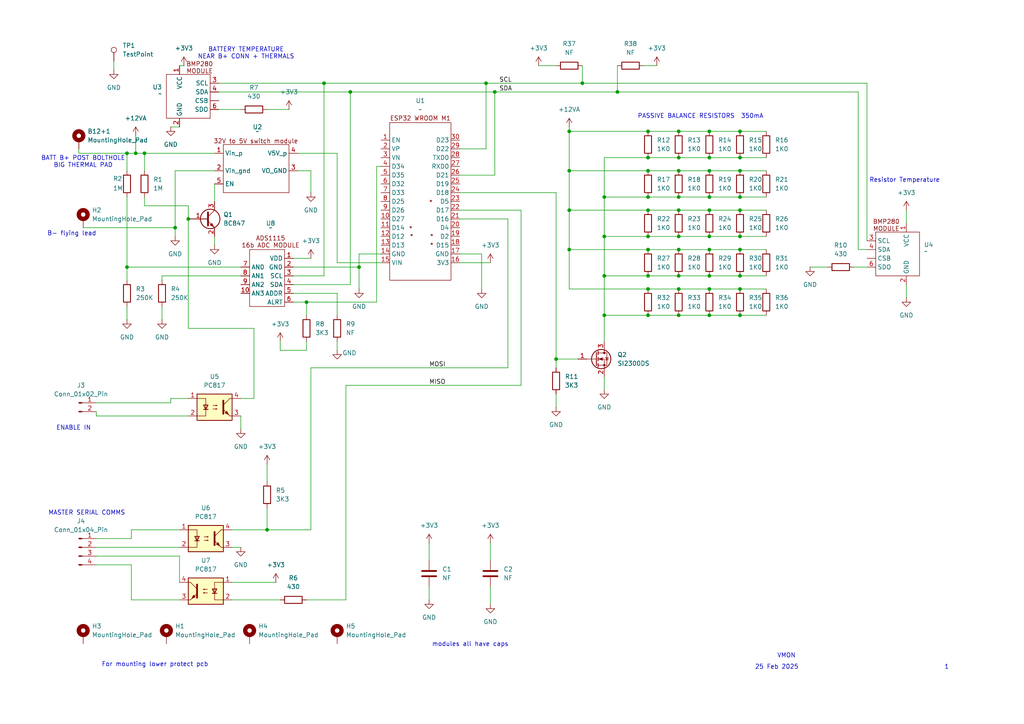
<source format=kicad_sch>
(kicad_sch (version 20231120) (generator "eeschema") (generator_version "8.0")
  (paper "A4")
  (lib_symbols
    (symbol "Connector:Conn_01x02_Pin" (pin_names (offset 1.016) hide)
      (property "Reference" "J" (at 0 2.54 0))
      (property "Value" "Conn_01x02_Pin" (at 0 -5.08 0))
      (symbol "Conn_01x02_Pin_1_1"
        (pin passive line (at 5.08 0 180) (length 3.81) (name "Pin_1") (number "1"))
        (pin passive line (at 5.08 -2.54 180) (length 3.81) (name "Pin_2") (number "2"))
      )
    )
    (symbol "Connector:Conn_01x04_Pin" (pin_names (offset 1.016) hide)
      (property "Reference" "J" (at 0 5.08 0))
      (property "Value" "Conn_01x04_Pin" (at 0 -7.62 0))
      (symbol "Conn_01x04_Pin_1_1"
        (pin passive line (at 5.08 2.54 180) (length 3.81) (name "Pin_1") (number "1"))
        (pin passive line (at 5.08 0 180) (length 3.81) (name "Pin_2") (number "2"))
        (pin passive line (at 5.08 -2.54 180) (length 3.81) (name "Pin_3") (number "3"))
        (pin passive line (at 5.08 -5.08 180) (length 3.81) (name "Pin_4") (number "4"))
      )
    )
    (symbol "Connector:TestPoint" (pin_numbers hide) (pin_names (offset 0.762) hide)
      (property "Reference" "TP" (at 0 6.858 0))
      (property "Value" "TestPoint" (at 0 5.08 0))
      (symbol "TestPoint_1_1"
        (pin passive line (at 0 0 90) (length 2.54) (name "1") (number "1"))
      )
    )
    (symbol "Device:C" (pin_numbers hide) (pin_names (offset 0.254))
      (property "Reference" "C" (at 0.635 2.54 0))
      (property "Value" "C" (at 0.635 -2.54 0))
      (symbol "C_1_1"
        (pin passive line (at 0 3.81 270) (length 2.794) (name "~") (number "1"))
        (pin passive line (at 0 -3.81 90) (length 2.794) (name "~") (number "2"))
      )
    )
    (symbol "Device:R" (pin_numbers hide) (pin_names (offset 0))
      (property "Reference" "R" (at 2.032 0 90))
      (property "Value" "R" (at 0 0 90))
      (symbol "R_1_1"
        (pin passive line (at 0 3.81 270) (length 1.27) (name "~") (number "1"))
        (pin passive line (at 0 -3.81 90) (length 1.27) (name "~") (number "2"))
      )
    )
    (symbol "Isolator:PC817" (pin_names (offset 1.016))
      (property "Reference" "U" (at -5.08 5.08 0))
      (property "Value" "PC817" (at 0 5.08 0))
      (symbol "PC817_1_1"
        (pin passive line (at -7.62 2.54 0) (length 2.54) (name "~") (number "1"))
        (pin passive line (at -7.62 -2.54 0) (length 2.54) (name "~") (number "2"))
        (pin passive line (at 7.62 -2.54 180) (length 2.54) (name "~") (number "3"))
        (pin passive line (at 7.62 2.54 180) (length 2.54) (name "~") (number "4"))
      )
    )
    (symbol "Mechanical:MountingHole_Pad" (pin_numbers hide) (pin_names (offset 1.016) hide) (exclude_from_sim yes) (in_bom no)
      (property "Reference" "H" (at 0 6.35 0))
      (property "Value" "MountingHole_Pad" (at 0 4.445 0))
      (symbol "MountingHole_Pad_1_1"
        (pin input line (at 0 -2.54 90) (length 2.54) (name "1") (number "1"))
      )
    )
    (symbol "Transistor_BJT:BC847" (pin_names (offset 0) hide)
      (property "Reference" "Q" (at 5.08 1.905 0))
      (property "Value" "BC847" (at 5.08 0 0))
      (symbol "BC847_1_1"
        (pin input line (at -5.08 0 0) (length 5.715) (name "B") (number "1"))
        (pin passive line (at 2.54 -5.08 90) (length 2.54) (name "E") (number "2"))
        (pin passive line (at 2.54 5.08 270) (length 2.54) (name "C") (number "3"))
      )
    )
    (symbol "Transistor_FET:2N7002" (pin_names hide)
      (property "Reference" "Q" (at 5.08 1.905 0))
      (property "Value" "2N7002" (at 5.08 0 0))
      (symbol "2N7002_1_1"
        (pin input line (at -5.08 0 0) (length 2.54) (name "G") (number "1"))
        (pin passive line (at 2.54 -5.08 90) (length 2.54) (name "S") (number "2"))
        (pin passive line (at 2.54 5.08 270) (length 2.54) (name "D") (number "3"))
      )
    )
    (symbol "mower:5Vsw_module"
      (property "Reference" "U" (at 0 0 0))
      (symbol "5Vsw_module_1_1"
        (text "32V to 5V switch module " (at 1.016 6.096 0) (effects (font (size 1.27 1.27))))
        (pin power_in line (at -11.43 2.54 0) (length 2.54) (name "Vin_p") (number "1"))
        (pin power_in line (at -11.43 -2.54 0) (length 2.54) (name "Vin_gnd") (number "2"))
        (pin power_out line (at 12.7 -2.54 180) (length 2.54) (name "VO_GND") (number "3"))
        (pin power_out line (at 12.7 2.54 180) (length 2.54) (name "V5V_p") (number "4"))
        (pin input line (at -11.43 -6.35 0) (length 2.54) (name "EN") (number "5"))
      )
    )
    (symbol "mower:ADS1115_m1"
      (property "Reference" "U" (at 0 0 0))
      (symbol "ADS1115_m1_1_1"
        (text "ADS1115\n16b ADC MODULE" (at 2.794 16.256 0) (effects (font (size 1.27 1.27))))
        (pin power_in line (at -3.81 11.43 0) (length 2.54) (name "VDD") (number "1"))
        (pin input line (at 11.43 1.27 180) (length 2.54) (name "AN3") (number "10"))
        (pin power_in line (at -3.81 8.89 0) (length 2.54) (name "GND") (number "2"))
        (pin input line (at -3.81 6.35 0) (length 2.54) (name "SCL") (number "3"))
        (pin bidirectional line (at -3.81 3.81 0) (length 2.54) (name "SDA") (number "4"))
        (pin input line (at -3.81 1.27 0) (length 2.54) (name "ADDR") (number "5"))
        (pin output line (at -3.81 -1.27 0) (length 2.54) (name "ALRT") (number "6"))
        (pin input line (at 11.43 8.89 180) (length 2.54) (name "AN0") (number "7"))
        (pin input line (at 11.43 6.35 180) (length 2.54) (name "AN1") (number "8"))
        (pin input line (at 11.43 3.81 180) (length 2.54) (name "AN2") (number "9"))
      )
    )
    (symbol "mower:BMP280_m1"
      (property "Reference" "U" (at 0 0 0))
      (symbol "BMP280_m1_1_1"
        (text "BMP280\nMODULE" (at -5.842 8.382 0) (effects (font (size 1.27 1.27))))
        (pin input line (at -11.43 -1.27 0) (length 2.54) (name "CSB") (number ""))
        (pin power_in line (at 0 8.89 270) (length 2.54) (name "VCC") (number "1"))
        (pin power_in line (at 0 -8.89 90) (length 2.54) (name "GND") (number "2"))
        (pin input line (at -11.43 3.81 0) (length 2.54) (name "SCL") (number "3"))
        (pin bidirectional line (at -11.43 1.27 0) (length 2.54) (name "SDA") (number "4"))
        (pin input line (at -11.43 -3.81 0) (length 2.54) (name "SDO") (number "6"))
      )
    )
    (symbol "mower:ESP32_wroom32_m1"
      (property "Reference" "U" (at 0 0 0))
      (symbol "ESP32_wroom32_m1_1_1"
        (text "*" (at -2.794 -7.874 0) (effects (font (size 1.27 1.27))))
        (text "*" (at -2.54 -10.16 0) (effects (font (size 1.27 1.27))))
        (text "*" (at 3.048 -0.254 0) (effects (font (size 1.27 1.27))))
        (text "*" (at 3.302 -12.7 0) (effects (font (size 1.27 1.27))))
        (text "*" (at 3.302 -10.16 0) (effects (font (size 1.27 1.27))))
        (text "ESP32 WROOM M1" (at 0 24.13 0) (effects (font (size 1.27 1.27))))
        (pin input line (at -11.43 17.78 0) (length 2.54) (name "EN") (number "1"))
        (pin bidirectional line (at -11.43 -5.08 0) (length 2.54) (name "D27") (number "10"))
        (pin bidirectional line (at -11.43 -7.62 0) (length 2.54) (name "D14") (number "11"))
        (pin bidirectional line (at -11.43 -10.16 0) (length 2.54) (name "D12") (number "12"))
        (pin bidirectional line (at -11.43 -12.7 0) (length 2.54) (name "D13") (number "13"))
        (pin power_in line (at -11.43 -15.24 0) (length 2.54) (name "GND") (number "14"))
        (pin power_in line (at -11.43 -17.78 0) (length 2.54) (name "VIN") (number "15"))
        (pin power_out line (at 11.43 -17.78 180) (length 2.54) (name "3V3") (number "16"))
        (pin power_in line (at 11.43 -15.24 180) (length 2.54) (name "GND") (number "17"))
        (pin bidirectional line (at 11.43 -12.7 180) (length 2.54) (name "D15") (number "18"))
        (pin bidirectional line (at 11.43 -10.16 180) (length 2.54) (name "D2") (number "19"))
        (pin input line (at -11.43 15.24 0) (length 2.54) (name "VP") (number "2"))
        (pin bidirectional line (at 11.43 -7.62 180) (length 2.54) (name "D4") (number "20"))
        (pin bidirectional line (at 11.43 -5.08 180) (length 2.54) (name "D16") (number "21"))
        (pin bidirectional line (at 11.43 -2.54 180) (length 2.54) (name "D17") (number "22"))
        (pin bidirectional line (at 11.43 0 180) (length 2.54) (name "D5") (number "23"))
        (pin bidirectional line (at 11.43 2.54 180) (length 2.54) (name "D18") (number "24"))
        (pin bidirectional line (at 11.43 5.08 180) (length 2.54) (name "D19") (number "25"))
        (pin bidirectional line (at 11.43 7.62 180) (length 2.54) (name "D21") (number "26"))
        (pin input line (at 11.43 10.16 180) (length 2.54) (name "RXD0") (number "27"))
        (pin output line (at 11.43 12.7 180) (length 2.54) (name "TXD0") (number "28"))
        (pin bidirectional line (at 11.43 15.24 180) (length 2.54) (name "D22") (number "29"))
        (pin input line (at -11.43 12.7 0) (length 2.54) (name "VN") (number "3"))
        (pin bidirectional line (at 11.43 17.78 180) (length 2.54) (name "D23") (number "30"))
        (pin input line (at -11.43 10.16 0) (length 2.54) (name "D34") (number "4"))
        (pin input line (at -11.43 7.62 0) (length 2.54) (name "D35") (number "5"))
        (pin bidirectional line (at -11.43 5.08 0) (length 2.54) (name "D32") (number "6"))
        (pin bidirectional line (at -11.43 2.54 0) (length 2.54) (name "D33") (number "7"))
        (pin bidirectional line (at -11.43 0 0) (length 2.54) (name "D25") (number "8"))
        (pin bidirectional line (at -11.43 -2.54 0) (length 2.54) (name "D26") (number "9"))
      )
    )
    (symbol "power:+12VA" (power) (pin_numbers hide) (pin_names (offset 0) hide)
      (property "Value" "+12VA" (at 0 3.556 0))
      (symbol "+12VA_1_1"
        (pin power_in line (at 0 0 90) (length 0) (name "~") (number "1"))
      )
    )
    (symbol "power:+3V3" (power) (pin_numbers hide) (pin_names (offset 0) hide)
      (property "Value" "+3V3" (at 0 3.556 0))
      (symbol "+3V3_1_1"
        (pin power_in line (at 0 0 90) (length 0) (name "~") (number "1"))
      )
    )
    (symbol "power:GND" (power) (pin_numbers hide) (pin_names (offset 0) hide)
      (property "Value" "GND" (at 0 -3.81 0))
      (symbol "GND_1_1"
        (pin power_in line (at 0 0 270) (length 0) (name "~") (number "1"))
      )
    )
  )
  (junction (at 214.63 68.58))
  (junction (at 36.83 44.45))
  (junction (at 205.74 72.39))
  (junction (at 214.63 38.1))
  (junction (at 165.1 49.53))
  (junction (at 161.29 104.14))
  (junction (at 175.26 80.01))
  (junction (at 187.96 83.82))
  (junction (at 88.9 87.63))
  (junction (at 196.85 68.58))
  (junction (at 205.74 68.58))
  (junction (at 179.07 26.67))
  (junction (at 36.83 77.47))
  (junction (at 205.74 83.82))
  (junction (at 140.97 24.13))
  (junction (at 205.74 60.96))
  (junction (at 187.96 60.96))
  (junction (at 187.96 45.72))
  (junction (at 187.96 91.44))
  (junction (at 168.91 24.13))
  (junction (at 214.63 91.44))
  (junction (at 175.26 91.44))
  (junction (at 196.85 83.82))
  (junction (at 196.85 57.15))
  (junction (at 165.1 60.96))
  (junction (at 214.63 45.72))
  (junction (at 205.74 49.53))
  (junction (at 196.85 49.53))
  (junction (at 214.63 80.01))
  (junction (at 187.96 57.15))
  (junction (at 143.51 26.67))
  (junction (at 214.63 72.39))
  (junction (at 187.96 68.58))
  (junction (at 196.85 45.72))
  (junction (at 205.74 80.01))
  (junction (at 175.26 68.58))
  (junction (at 196.85 91.44))
  (junction (at 104.14 77.47))
  (junction (at 214.63 83.82))
  (junction (at 196.85 80.01))
  (junction (at 214.63 57.15))
  (junction (at 196.85 38.1))
  (junction (at 205.74 91.44))
  (junction (at 41.91 44.45))
  (junction (at 93.98 24.13))
  (junction (at 50.8 66.04))
  (junction (at 214.63 49.53))
  (junction (at 214.63 60.96))
  (junction (at 187.96 72.39))
  (junction (at 165.1 38.1))
  (junction (at 54.61 63.5))
  (junction (at 187.96 49.53))
  (junction (at 196.85 60.96))
  (junction (at 187.96 38.1))
  (junction (at 77.47 153.67))
  (junction (at 101.6 26.67))
  (junction (at 175.26 57.15))
  (junction (at 39.37 44.45))
  (junction (at 205.74 45.72))
  (junction (at 165.1 72.39))
  (junction (at 205.74 57.15))
  (junction (at 196.85 72.39))
  (junction (at 187.96 80.01))
  (junction (at 205.74 38.1))
  (wire (pts (xy 248.92 72.39) (xy 251.46 72.39)))
  (wire (pts (xy 196.85 45.72) (xy 205.74 45.72)))
  (wire (pts (xy 140.97 24.13) (xy 93.98 24.13)))
  (wire (pts (xy 62.23 44.45) (xy 41.91 44.45)))
  (wire (pts (xy 133.35 63.5) (xy 147.32 63.5)))
  (wire (pts (xy 36.83 44.45) (xy 36.83 49.53)))
  (wire (pts (xy 110.49 48.26) (xy 109.22 48.26)))
  (wire (pts (xy 196.85 38.1) (xy 187.96 38.1)))
  (wire (pts (xy 147.32 63.5) (xy 147.32 106.68)))
  (wire (pts (xy 214.63 83.82) (xy 205.74 83.82)))
  (wire (pts (xy 85.09 77.47) (xy 104.14 77.47)))
  (wire (pts (xy 147.32 106.68) (xy 90.17 106.68)))
  (wire (pts (xy 41.91 44.45) (xy 39.37 44.45)))
  (wire (pts (xy 187.96 91.44) (xy 196.85 91.44)))
  (wire (pts (xy 161.29 104.14) (xy 161.29 55.88)))
  (wire (pts (xy 214.63 45.72) (xy 222.25 45.72)))
  (wire (pts (xy 175.26 99.06) (xy 175.26 91.44)))
  (wire (pts (xy 104.14 83.82) (xy 104.14 77.47)))
  (wire (pts (xy 222.25 72.39) (xy 214.63 72.39)))
  (wire (pts (xy 101.6 26.67) (xy 143.51 26.67)))
  (wire (pts (xy 90.17 49.53) (xy 90.17 55.88)))
  (wire (pts (xy 90.17 153.67) (xy 77.47 153.67)))
  (wire (pts (xy 196.85 60.96) (xy 187.96 60.96)))
  (wire (pts (xy 205.74 57.15) (xy 214.63 57.15)))
  (wire (pts (xy 222.25 49.53) (xy 214.63 49.53)))
  (wire (pts (xy 110.49 76.2) (xy 97.79 76.2)))
  (wire (pts (xy 205.74 45.72) (xy 214.63 45.72)))
  (wire (pts (xy 88.9 99.06) (xy 88.9 101.6)))
  (wire (pts (xy 168.91 19.05) (xy 168.91 24.13)))
  (wire (pts (xy 214.63 38.1) (xy 205.74 38.1)))
  (wire (pts (xy 88.9 101.6) (xy 81.28 101.6)))
  (wire (pts (xy 187.96 80.01) (xy 196.85 80.01)))
  (wire (pts (xy 27.94 120.65) (xy 27.94 119.38)))
  (wire (pts (xy 50.8 66.04) (xy 50.8 68.58)))
  (wire (pts (xy 161.29 104.14) (xy 161.29 106.68)))
  (wire (pts (xy 100.33 173.99) (xy 100.33 111.76)))
  (wire (pts (xy 52.07 173.99) (xy 38.1 173.99)))
  (wire (pts (xy 175.26 91.44) (xy 175.26 80.01)))
  (wire (pts (xy 222.25 60.96) (xy 214.63 60.96)))
  (wire (pts (xy 151.13 111.76) (xy 151.13 60.96)))
  (wire (pts (xy 85.09 82.55) (xy 101.6 82.55)))
  (wire (pts (xy 175.26 68.58) (xy 187.96 68.58)))
  (wire (pts (xy 62.23 49.53) (xy 50.8 49.53)))
  (wire (pts (xy 133.35 43.18) (xy 140.97 43.18)))
  (wire (pts (xy 49.53 115.57) (xy 54.61 115.57)))
  (wire (pts (xy 165.1 38.1) (xy 165.1 36.83)))
  (wire (pts (xy 88.9 173.99) (xy 100.33 173.99)))
  (wire (pts (xy 262.89 60.96) (xy 262.89 64.77)))
  (wire (pts (xy 156.21 19.05) (xy 161.29 19.05)))
  (wire (pts (xy 54.61 59.69) (xy 54.61 63.5)))
  (wire (pts (xy 196.85 83.82) (xy 187.96 83.82)))
  (wire (pts (xy 73.66 115.57) (xy 73.66 95.25)))
  (wire (pts (xy 186.69 19.05) (xy 190.5 19.05)))
  (wire (pts (xy 175.26 68.58) (xy 175.26 57.15)))
  (wire (pts (xy 85.09 74.93) (xy 90.17 74.93)))
  (wire (pts (xy 109.22 87.63) (xy 88.9 87.63)))
  (wire (pts (xy 143.51 50.8) (xy 143.51 26.67)))
  (wire (pts (xy 247.65 77.47) (xy 251.46 77.47)))
  (wire (pts (xy 52.07 19.05) (xy 53.34 19.05)))
  (wire (pts (xy 214.63 80.01) (xy 222.25 80.01)))
  (wire (pts (xy 63.5 31.75) (xy 69.85 31.75)))
  (wire (pts (xy 46.99 80.01) (xy 46.99 81.28)))
  (wire (pts (xy 39.37 39.37) (xy 39.37 44.45)))
  (wire (pts (xy 196.85 80.01) (xy 205.74 80.01)))
  (wire (pts (xy 161.29 114.3) (xy 161.29 118.11)))
  (wire (pts (xy 248.92 26.67) (xy 248.92 72.39)))
  (wire (pts (xy 205.74 60.96) (xy 196.85 60.96)))
  (wire (pts (xy 104.14 77.47) (xy 104.14 73.66)))
  (wire (pts (xy 187.96 68.58) (xy 196.85 68.58)))
  (wire (pts (xy 214.63 91.44) (xy 222.25 91.44)))
  (wire (pts (xy 81.28 101.6) (xy 81.28 99.06)))
  (wire (pts (xy 175.26 80.01) (xy 187.96 80.01)))
  (wire (pts (xy 179.07 26.67) (xy 248.92 26.67)))
  (wire (pts (xy 205.74 38.1) (xy 196.85 38.1)))
  (wire (pts (xy 88.9 87.63) (xy 88.9 91.44)))
  (wire (pts (xy 175.26 45.72) (xy 187.96 45.72)))
  (wire (pts (xy 151.13 60.96) (xy 133.35 60.96)))
  (wire (pts (xy 22.86 44.45) (xy 36.83 44.45)))
  (wire (pts (xy 97.79 76.2) (xy 97.79 44.45)))
  (wire (pts (xy 97.79 85.09) (xy 97.79 91.44)))
  (wire (pts (xy 251.46 24.13) (xy 251.46 69.85)))
  (wire (pts (xy 187.96 57.15) (xy 196.85 57.15)))
  (wire (pts (xy 214.63 60.96) (xy 205.74 60.96)))
  (wire (pts (xy 124.46 170.18) (xy 124.46 173.99)))
  (wire (pts (xy 168.91 24.13) (xy 140.97 24.13)))
  (wire (pts (xy 49.53 36.83) (xy 52.07 36.83)))
  (wire (pts (xy 196.85 57.15) (xy 205.74 57.15)))
  (wire (pts (xy 196.85 72.39) (xy 187.96 72.39)))
  (wire (pts (xy 27.94 158.75) (xy 52.07 158.75)))
  (wire (pts (xy 165.1 72.39) (xy 165.1 60.96)))
  (wire (pts (xy 175.26 57.15) (xy 187.96 57.15)))
  (wire (pts (xy 139.7 83.82) (xy 139.7 73.66)))
  (wire (pts (xy 33.02 17.78) (xy 33.02 20.32)))
  (wire (pts (xy 175.26 91.44) (xy 187.96 91.44)))
  (wire (pts (xy 73.66 95.25) (xy 54.61 95.25)))
  (wire (pts (xy 69.85 120.65) (xy 69.85 124.46)))
  (wire (pts (xy 38.1 153.67) (xy 52.07 153.67)))
  (wire (pts (xy 187.96 72.39) (xy 165.1 72.39)))
  (wire (pts (xy 36.83 57.15) (xy 36.83 77.47)))
  (wire (pts (xy 205.74 91.44) (xy 214.63 91.44)))
  (wire (pts (xy 214.63 49.53) (xy 205.74 49.53)))
  (wire (pts (xy 39.37 44.45) (xy 36.83 44.45)))
  (wire (pts (xy 139.7 73.66) (xy 133.35 73.66)))
  (wire (pts (xy 167.64 104.14) (xy 161.29 104.14)))
  (wire (pts (xy 36.83 77.47) (xy 69.85 77.47)))
  (wire (pts (xy 93.98 80.01) (xy 93.98 24.13)))
  (wire (pts (xy 214.63 68.58) (xy 222.25 68.58)))
  (wire (pts (xy 90.17 106.68) (xy 90.17 153.67)))
  (wire (pts (xy 187.96 38.1) (xy 165.1 38.1)))
  (wire (pts (xy 62.23 68.58) (xy 62.23 71.12)))
  (wire (pts (xy 77.47 153.67) (xy 77.47 147.32)))
  (wire (pts (xy 85.09 85.09) (xy 97.79 85.09)))
  (wire (pts (xy 234.95 77.47) (xy 240.03 77.47)))
  (wire (pts (xy 143.51 26.67) (xy 179.07 26.67)))
  (wire (pts (xy 133.35 76.2) (xy 142.24 76.2)))
  (wire (pts (xy 97.79 44.45) (xy 86.36 44.45)))
  (wire (pts (xy 27.94 156.21) (xy 38.1 156.21)))
  (wire (pts (xy 205.74 68.58) (xy 214.63 68.58)))
  (wire (pts (xy 165.1 49.53) (xy 165.1 38.1)))
  (wire (pts (xy 104.14 73.66) (xy 110.49 73.66)))
  (wire (pts (xy 27.94 116.84) (xy 49.53 116.84)))
  (wire (pts (xy 62.23 53.34) (xy 62.23 58.42)))
  (wire (pts (xy 140.97 43.18) (xy 140.97 24.13)))
  (wire (pts (xy 175.26 109.22) (xy 175.26 113.03)))
  (wire (pts (xy 205.74 49.53) (xy 196.85 49.53)))
  (wire (pts (xy 214.63 72.39) (xy 205.74 72.39)))
  (wire (pts (xy 222.25 38.1) (xy 214.63 38.1)))
  (wire (pts (xy 205.74 80.01) (xy 214.63 80.01)))
  (wire (pts (xy 165.1 83.82) (xy 165.1 72.39)))
  (wire (pts (xy 196.85 68.58) (xy 205.74 68.58)))
  (wire (pts (xy 50.8 49.53) (xy 50.8 66.04)))
  (wire (pts (xy 187.96 83.82) (xy 165.1 83.82)))
  (wire (pts (xy 41.91 59.69) (xy 54.61 59.69)))
  (wire (pts (xy 187.96 60.96) (xy 165.1 60.96)))
  (wire (pts (xy 54.61 95.25) (xy 54.61 63.5)))
  (wire (pts (xy 69.85 80.01) (xy 46.99 80.01)))
  (wire (pts (xy 124.46 157.48) (xy 124.46 162.56)))
  (wire (pts (xy 142.24 157.48) (xy 142.24 162.56)))
  (wire (pts (xy 85.09 87.63) (xy 88.9 87.63)))
  (wire (pts (xy 77.47 31.75) (xy 83.82 31.75)))
  (wire (pts (xy 85.09 80.01) (xy 93.98 80.01)))
  (wire (pts (xy 41.91 44.45) (xy 41.91 49.53)))
  (wire (pts (xy 67.31 153.67) (xy 77.47 153.67)))
  (wire (pts (xy 165.1 60.96) (xy 165.1 49.53)))
  (wire (pts (xy 38.1 156.21) (xy 38.1 153.67)))
  (wire (pts (xy 63.5 26.67) (xy 101.6 26.67)))
  (wire (pts (xy 262.89 82.55) (xy 262.89 86.36)))
  (wire (pts (xy 101.6 26.67) (xy 101.6 82.55)))
  (wire (pts (xy 86.36 49.53) (xy 90.17 49.53)))
  (wire (pts (xy 77.47 134.62) (xy 77.47 139.7)))
  (wire (pts (xy 205.74 72.39) (xy 196.85 72.39)))
  (wire (pts (xy 179.07 19.05) (xy 179.07 26.67)))
  (wire (pts (xy 49.53 116.84) (xy 49.53 115.57)))
  (wire (pts (xy 67.31 173.99) (xy 81.28 173.99)))
  (wire (pts (xy 222.25 83.82) (xy 214.63 83.82)))
  (wire (pts (xy 175.26 80.01) (xy 175.26 68.58)))
  (wire (pts (xy 38.1 163.83) (xy 27.94 163.83)))
  (wire (pts (xy 205.74 83.82) (xy 196.85 83.82)))
  (wire (pts (xy 142.24 170.18) (xy 142.24 175.26)))
  (wire (pts (xy 69.85 115.57) (xy 73.66 115.57)))
  (wire (pts (xy 36.83 88.9) (xy 36.83 92.71)))
  (wire (pts (xy 27.94 161.29) (xy 52.07 161.29)))
  (wire (pts (xy 187.96 45.72) (xy 196.85 45.72)))
  (wire (pts (xy 100.33 111.76) (xy 151.13 111.76)))
  (wire (pts (xy 41.91 57.15) (xy 41.91 59.69)))
  (wire (pts (xy 38.1 173.99) (xy 38.1 163.83)))
  (wire (pts (xy 196.85 91.44) (xy 205.74 91.44)))
  (wire (pts (xy 93.98 24.13) (xy 63.5 24.13)))
  (wire (pts (xy 161.29 55.88) (xy 133.35 55.88)))
  (wire (pts (xy 196.85 49.53) (xy 187.96 49.53)))
  (wire (pts (xy 46.99 88.9) (xy 46.99 92.71)))
  (wire (pts (xy 187.96 49.53) (xy 165.1 49.53)))
  (wire (pts (xy 36.83 77.47) (xy 36.83 81.28)))
  (wire (pts (xy 22.86 43.18) (xy 22.86 44.45)))
  (wire (pts (xy 214.63 57.15) (xy 222.25 57.15)))
  (wire (pts (xy 109.22 48.26) (xy 109.22 87.63)))
  (wire (pts (xy 52.07 161.29) (xy 52.07 168.91)))
  (wire (pts (xy 251.46 24.13) (xy 168.91 24.13)))
  (wire (pts (xy 67.31 158.75) (xy 69.85 158.75)))
  (wire (pts (xy 133.35 50.8) (xy 143.51 50.8)))
  (wire (pts (xy 175.26 57.15) (xy 175.26 45.72)))
  (wire (pts (xy 54.61 120.65) (xy 27.94 120.65)))
  (wire (pts (xy 24.13 66.04) (xy 50.8 66.04)))
  (wire (pts (xy 97.79 99.06) (xy 97.79 101.6)))
  (wire (pts (xy 67.31 168.91) (xy 80.01 168.91)))
  (text "VMON" (at 228.092 190.246 0) (effects (font (size 1.27 1.27))))
  (text "25 Feb 2025" (at 225.298 193.548 0) (effects (font (size 1.27 1.27))))
  (text "BATTERY TEMPERATURE\nNEAR B+ CONN + THERMALS" (at 71.374 15.494 0) (effects (font (size 1.27 1.27))))
  (text "For mounting lower protect pcb\n" (at 44.958 192.786 0) (effects (font (size 1.27 1.27))))
  (text "B- flying lead" (at 20.828 67.818 0) (effects (font (size 1.27 1.27))))
  (text "MASTER SERIAL COMMS" (at 25.146 148.844 0) (effects (font (size 1.27 1.27))))
  (text "PASSIVE BALANCE RESISTORS  350mA\n" (at 203.2 33.782 0) (effects (font (size 1.27 1.27))))
  (text "ENABLE IN" (at 21.336 124.206 0) (effects (font (size 1.27 1.27))))
  (text "BATT B+ POST BOLTHOLE\nBIG THERMAL PAD\n" (at 24.13 46.99 0) (effects (font (size 1.27 1.27))))
  (text "modules all have caps" (at 136.398 186.944 0) (effects (font (size 1.27 1.27))))
  (text "Resistor Temperature" (at 262.382 52.324 0) (effects (font (size 1.27 1.27))))
  (text "1" (at 274.574 193.548 0) (effects (font (size 1.27 1.27))))
  (label "MISO" (at 124.46 111.76 0))
  (label "MOSI" (at 124.46 106.68 0))
  (label "SCL" (at 144.78 24.13 0))
  (label "SDA" (at 144.78 26.67 0))
  (symbol (lib_id "power:+3V3") (at 124.46 157.48 0) (unit 1)
    (property "Reference" "#PWR031" (effects (hide yes)))
    (property "Value" "+3V3" (at 124.46 152.4 0))
    (property "Description" "Power symbol creates a global label with name \"+3V3\"" (effects (hide yes)))
  )
  (symbol (lib_id "Device:R") (at 187.96 87.63 180) (unit 1)
    (property "Reference" "R32" (at 190.5 86.3599 0) (effects (justify right)))
    (property "Value" "1K0" (at 190.5 88.8999 0) (effects (justify right)))
    (property "Footprint" "Resistor_SMD:R_2512_6332Metric_Pad1.40x3.35mm_HandSolder" (effects (hide yes)))
    (property "Description" "Resistor" (effects (hide yes)))
  )
  (symbol (lib_id "Device:R") (at 214.63 64.77 180) (unit 1)
    (property "Reference" "R25" (at 217.17 63.4999 0) (effects (justify right)))
    (property "Value" "1K0" (at 217.17 66.0399 0) (effects (justify right)))
    (property "Footprint" "Resistor_SMD:R_2512_6332Metric_Pad1.40x3.35mm_HandSolder" (effects (hide yes)))
    (property "Description" "Resistor" (effects (hide yes)))
  )
  (symbol (lib_id "mower:BMP280_m1") (at 52.07 27.94 0) (mirror y) (unit 1)
    (property "Reference" "U3" (at 46.99 25.2669 0) (effects (justify left)))
    (property "Value" "~" (at 46.99 27.172 0) (effects (justify left)))
    (property "Footprint" "Resistor_THT:R_Array_SIP6" (effects (hide yes)))
  )
  (symbol (lib_id "Isolator:PC817") (at 59.69 156.21 0) (unit 1)
    (property "Reference" "U6" (at 59.69 147.32 0))
    (property "Value" "PC817" (at 59.69 149.86 0))
    (property "Footprint" "Package_DIP:DIP-4_W7.62mm" (effects (hide yes)))
    (property "Datasheet" "http://www.soselectronic.cz/a_info/resource/d/pc817.pdf" (effects (hide yes)))
    (property "Description" "DC Optocoupler, Vce 35V, CTR 50-300%, DIP-4" (effects (hide yes)))
  )
  (symbol (lib_id "Device:R") (at 187.96 76.2 180) (unit 1)
    (property "Reference" "R27" (at 190.5 74.9299 0) (effects (justify right)))
    (property "Value" "1K0" (at 190.5 77.4699 0) (effects (justify right)))
    (property "Footprint" "Resistor_SMD:R_2512_6332Metric_Pad1.40x3.35mm_HandSolder" (effects (hide yes)))
    (property "Description" "Resistor" (effects (hide yes)))
  )
  (symbol (lib_id "power:GND") (at 36.83 92.71 0) (unit 1)
    (property "Reference" "#PWR014" (effects (hide yes)))
    (property "Value" "GND" (at 36.83 97.79 0))
    (property "Description" "Power symbol creates a global label with name \"GND\" , ground" (effects (hide yes)))
  )
  (symbol (lib_id "Device:R") (at 214.63 87.63 180) (unit 1)
    (property "Reference" "R35" (at 217.17 86.3599 0) (effects (justify right)))
    (property "Value" "1K0" (at 217.17 88.8999 0) (effects (justify right)))
    (property "Footprint" "Resistor_SMD:R_2512_6332Metric_Pad1.40x3.35mm_HandSolder" (effects (hide yes)))
    (property "Description" "Resistor" (effects (hide yes)))
  )
  (symbol (lib_id "Device:R") (at 214.63 41.91 180) (unit 1)
    (property "Reference" "R15" (at 217.17 40.6399 0) (effects (justify right)))
    (property "Value" "1K0" (at 217.17 43.1799 0) (effects (justify right)))
    (property "Footprint" "Resistor_SMD:R_2512_6332Metric_Pad1.40x3.35mm_HandSolder" (effects (hide yes)))
    (property "Description" "Resistor" (effects (hide yes)))
  )
  (symbol (lib_id "power:+3V3") (at 142.24 157.48 0) (unit 1)
    (property "Reference" "#PWR032" (effects (hide yes)))
    (property "Value" "+3V3" (at 142.24 152.4 0))
    (property "Description" "Power symbol creates a global label with name \"+3V3\"" (effects (hide yes)))
  )
  (symbol (lib_id "power:GND") (at 175.26 113.03 0) (unit 1)
    (property "Reference" "#PWR023" (effects (hide yes)))
    (property "Value" "GND" (at 175.26 118.11 0))
    (property "Description" "Power symbol creates a global label with name \"GND\" , ground" (effects (hide yes)))
  )
  (symbol (lib_id "Mechanical:MountingHole_Pad") (at 72.39 184.15 0) (unit 1) (exclude_from_sim yes) (in_bom no)
    (property "Reference" "H4" (at 74.93 181.6099 0) (effects (justify left)))
    (property "Value" "MountingHole_Pad" (at 74.93 184.1499 0) (effects (justify left)))
    (property "Footprint" "MountingHole:MountingHole_3.2mm_M3_DIN965_Pad_TopBottom" (effects (hide yes)))
    (property "Description" "Mounting Hole with connection" (effects (hide yes)))
  )
  (symbol (lib_id "Connector:Conn_01x04_Pin") (at 22.86 158.75 0) (unit 1)
    (property "Reference" "J4" (at 23.495 151.13 0))
    (property "Value" "Conn_01x04_Pin" (at 23.495 153.67 0))
    (property "Footprint" "Connector_Phoenix_MC_HighVoltage:PhoenixContact_MC_1,5_4-G-5.08_1x04_P5.08mm_Horizontal" (effects (hide yes)))
    (property "Description" "Generic connector, single row, 01x04, script generated" (effects (hide yes)))
  )
  (symbol (lib_id "Device:R") (at 214.63 53.34 180) (unit 1)
    (property "Reference" "R20" (at 217.17 52.0699 0) (effects (justify right)))
    (property "Value" "1K0" (at 217.17 54.6099 0) (effects (justify right)))
    (property "Footprint" "Resistor_SMD:R_2512_6332Metric_Pad1.40x3.35mm_HandSolder" (effects (hide yes)))
    (property "Description" "Resistor" (effects (hide yes)))
  )
  (symbol (lib_id "power:+12VA") (at 165.1 36.83 0) (unit 1)
    (property "Reference" "#PWR026" (effects (hide yes)))
    (property "Value" "+12VA" (at 165.1 31.75 0))
    (property "Description" "Power symbol creates a global label with name \"+12VA\"" (effects (hide yes)))
  )
  (symbol (lib_id "Device:R") (at 196.85 53.34 180) (unit 1)
    (property "Reference" "R18" (at 199.39 52.0699 0) (effects (justify right)))
    (property "Value" "1K0" (at 199.39 54.6099 0) (effects (justify right)))
    (property "Footprint" "Resistor_SMD:R_2512_6332Metric_Pad1.40x3.35mm_HandSolder" (effects (hide yes)))
    (property "Description" "Resistor" (effects (hide yes)))
  )
  (symbol (lib_id "power:GND") (at 139.7 83.82 0) (unit 1)
    (property "Reference" "#PWR03" (effects (hide yes)))
    (property "Value" "GND" (at 139.7 88.9 0))
    (property "Description" "Power symbol creates a global label with name \"GND\" , ground" (effects (hide yes)))
  )
  (symbol (lib_id "Device:R") (at 205.74 64.77 180) (unit 1)
    (property "Reference" "R24" (at 208.28 63.4999 0) (effects (justify right)))
    (property "Value" "1K0" (at 208.28 66.0399 0) (effects (justify right)))
    (property "Footprint" "Resistor_SMD:R_2512_6332Metric_Pad1.40x3.35mm_HandSolder" (effects (hide yes)))
    (property "Description" "Resistor" (effects (hide yes)))
  )
  (symbol (lib_id "power:GND") (at 46.99 92.71 0) (unit 1)
    (property "Reference" "#PWR015" (effects (hide yes)))
    (property "Value" "GND" (at 46.99 97.79 0))
    (property "Description" "Power symbol creates a global label with name \"GND\" , ground" (effects (hide yes)))
  )
  (symbol (lib_id "Device:R") (at 205.74 76.2 180) (unit 1)
    (property "Reference" "R29" (at 208.28 74.9299 0) (effects (justify right)))
    (property "Value" "1K0" (at 208.28 77.4699 0) (effects (justify right)))
    (property "Footprint" "Resistor_SMD:R_2512_6332Metric_Pad1.40x3.35mm_HandSolder" (effects (hide yes)))
    (property "Description" "Resistor" (effects (hide yes)))
  )
  (symbol (lib_id "power:+3V3") (at 262.89 60.96 0) (unit 1)
    (property "Reference" "#PWR010" (effects (hide yes)))
    (property "Value" "+3V3" (at 262.89 55.88 0))
    (property "Description" "Power symbol creates a global label with name \"+3V3\"" (effects (hide yes)))
  )
  (symbol (lib_id "Device:C") (at 124.46 166.37 0) (unit 1)
    (property "Reference" "C1" (at 128.27 165.0999 0) (effects (justify left)))
    (property "Value" "NF" (at 128.27 167.6399 0) (effects (justify left)))
    (property "Footprint" "Capacitor_SMD:C_1210_3225Metric_Pad1.33x2.70mm_HandSolder" (effects (hide yes)))
    (property "Description" "Unpolarized capacitor" (effects (hide yes)))
  )
  (symbol (lib_id "Transistor_FET:2N7002") (at 172.72 104.14 0) (unit 1)
    (property "Reference" "Q2" (at 179.07 102.8699 0) (effects (justify left)))
    (property "Value" "SI2300DS" (at 179.07 105.4099 0) (effects (justify left)))
    (property "Footprint" "Package_TO_SOT_SMD:SOT-23" (effects (hide yes)))
    (property "Datasheet" "https://www.onsemi.com/pub/Collateral/NDS7002A-D.PDF" (effects (hide yes)))
    (property "Description" "0.115A Id, 60V Vds, N-Channel MOSFET, SOT-23" (effects (hide yes)))
  )
  (symbol (lib_id "Device:R") (at 88.9 95.25 180) (unit 1)
    (property "Reference" "R8" (at 91.44 93.9799 0) (effects (justify right)))
    (property "Value" "3K3" (at 91.44 96.5199 0) (effects (justify right)))
    (property "Footprint" "Resistor_SMD:R_0805_2012Metric_Pad1.20x1.40mm_HandSolder" (effects (hide yes)))
    (property "Description" "Resistor" (effects (hide yes)))
  )
  (symbol (lib_id "Device:R") (at 196.85 76.2 180) (unit 1)
    (property "Reference" "R28" (at 199.39 74.9299 0) (effects (justify right)))
    (property "Value" "1K0" (at 199.39 77.4699 0) (effects (justify right)))
    (property "Footprint" "Resistor_SMD:R_2512_6332Metric_Pad1.40x3.35mm_HandSolder" (effects (hide yes)))
    (property "Description" "Resistor" (effects (hide yes)))
  )
  (symbol (lib_id "power:GND") (at 262.89 86.36 0) (unit 1)
    (property "Reference" "#PWR04" (effects (hide yes)))
    (property "Value" "GND" (at 262.89 91.44 0))
    (property "Description" "Power symbol creates a global label with name \"GND\" , ground" (effects (hide yes)))
  )
  (symbol (lib_id "Device:R") (at 222.25 64.77 180) (unit 1)
    (property "Reference" "R26" (at 224.79 63.4999 0) (effects (justify right)))
    (property "Value" "1K0" (at 224.79 66.0399 0) (effects (justify right)))
    (property "Footprint" "Resistor_SMD:R_2512_6332Metric_Pad1.40x3.35mm_HandSolder" (effects (hide yes)))
    (property "Description" "Resistor" (effects (hide yes)))
  )
  (symbol (lib_id "Device:R") (at 165.1 19.05 270) (unit 1)
    (property "Reference" "R37" (at 165.1 12.7 90))
    (property "Value" "NF" (at 165.1 15.24 90))
    (property "Footprint" "Resistor_SMD:R_0805_2012Metric_Pad1.20x1.40mm_HandSolder" (effects (hide yes)))
    (property "Description" "Resistor" (effects (hide yes)))
  )
  (symbol (lib_id "Device:R") (at 187.96 53.34 180) (unit 1)
    (property "Reference" "R17" (at 190.5 52.0699 0) (effects (justify right)))
    (property "Value" "1K0" (at 190.5 54.6099 0) (effects (justify right)))
    (property "Footprint" "Resistor_SMD:R_2512_6332Metric_Pad1.40x3.35mm_HandSolder" (effects (hide yes)))
    (property "Description" "Resistor" (effects (hide yes)))
  )
  (symbol (lib_id "Isolator:PC817") (at 59.69 171.45 0) (mirror y) (unit 1)
    (property "Reference" "U7" (at 59.69 162.56 0))
    (property "Value" "PC817" (at 59.69 165.1 0))
    (property "Footprint" "Package_DIP:DIP-4_W7.62mm" (effects (hide yes)))
    (property "Datasheet" "http://www.soselectronic.cz/a_info/resource/d/pc817.pdf" (effects (hide yes)))
    (property "Description" "DC Optocoupler, Vce 35V, CTR 50-300%, DIP-4" (effects (hide yes)))
  )
  (symbol (lib_id "Device:R") (at 41.91 53.34 0) (unit 1)
    (property "Reference" "R1" (at 44.45 52.0699 0) (effects (justify left)))
    (property "Value" "1M" (at 44.45 54.6099 0) (effects (justify left)))
    (property "Footprint" "Resistor_SMD:R_0805_2012Metric_Pad1.20x1.40mm_HandSolder" (effects (hide yes)))
    (property "Description" "Resistor" (effects (hide yes)))
  )
  (symbol (lib_id "power:+3V3") (at 80.01 168.91 0) (unit 1)
    (property "Reference" "#PWR017" (effects (hide yes)))
    (property "Value" "+3V3" (at 80.01 163.83 0))
    (property "Description" "Power symbol creates a global label with name \"+3V3\"" (effects (hide yes)))
  )
  (symbol (lib_id "mower:ADS1115_m1") (at 81.28 86.36 0) (mirror y) (unit 1)
    (property "Reference" "U8" (at 78.4859 64.77 0))
    (property "Value" "~" (at 78.4859 66.04 0))
    (property "Footprint" "Resistor_THT:R_Array_SIP10" (effects (hide yes)))
  )
  (symbol (lib_id "power:GND") (at 33.02 20.32 0) (unit 1)
    (property "Reference" "#PWR011" (effects (hide yes)))
    (property "Value" "GND" (at 33.02 25.4 0))
    (property "Description" "Power symbol creates a global label with name \"GND\" , ground" (effects (hide yes)))
  )
  (symbol (lib_id "Device:R") (at 161.29 110.49 180) (unit 1)
    (property "Reference" "R11" (at 163.83 109.2199 0) (effects (justify right)))
    (property "Value" "3K3" (at 163.83 111.7599 0) (effects (justify right)))
    (property "Footprint" "Resistor_SMD:R_0805_2012Metric_Pad1.20x1.40mm_HandSolder" (effects (hide yes)))
    (property "Description" "Resistor" (effects (hide yes)))
  )
  (symbol (lib_id "Device:R") (at 187.96 41.91 180) (unit 1)
    (property "Reference" "R12" (at 190.5 40.6399 0) (effects (justify right)))
    (property "Value" "1K0" (at 190.5 43.1799 0) (effects (justify right)))
    (property "Footprint" "Resistor_SMD:R_2512_6332Metric_Pad1.40x3.35mm_HandSolder" (effects (hide yes)))
    (property "Description" "Resistor" (effects (hide yes)))
  )
  (symbol (lib_id "Connector:Conn_01x02_Pin") (at 22.86 116.84 0) (unit 1)
    (property "Reference" "J3" (at 23.495 111.76 0))
    (property "Value" "Conn_01x02_Pin" (at 23.495 114.3 0))
    (property "Footprint" "Connector_Phoenix_MC_HighVoltage:PhoenixContact_MC_1,5_2-G-5.08_1x02_P5.08mm_Horizontal" (effects (hide yes)))
    (property "Description" "Generic connector, single row, 01x02, script generated" (effects (hide yes)))
  )
  (symbol (lib_id "power:GND") (at 69.85 124.46 0) (unit 1)
    (property "Reference" "#PWR013" (effects (hide yes)))
    (property "Value" "GND" (at 69.85 129.54 0))
    (property "Description" "Power symbol creates a global label with name \"GND\" , ground" (effects (hide yes)))
  )
  (symbol (lib_id "Device:R") (at 205.74 87.63 180) (unit 1)
    (property "Reference" "R34" (at 208.28 86.3599 0) (effects (justify right)))
    (property "Value" "1K0" (at 208.28 88.8999 0) (effects (justify right)))
    (property "Footprint" "Resistor_SMD:R_2512_6332Metric_Pad1.40x3.35mm_HandSolder" (effects (hide yes)))
    (property "Description" "Resistor" (effects (hide yes)))
  )
  (symbol (lib_id "Mechanical:MountingHole_Pad") (at 48.26 184.15 0) (unit 1) (exclude_from_sim yes) (in_bom no)
    (property "Reference" "H1" (at 50.8 181.6099 0) (effects (justify left)))
    (property "Value" "MountingHole_Pad" (at 50.8 184.1499 0) (effects (justify left)))
    (property "Footprint" "MountingHole:MountingHole_3.2mm_M3_DIN965_Pad_TopBottom" (effects (hide yes)))
    (property "Description" "Mounting Hole with connection" (effects (hide yes)))
  )
  (symbol (lib_id "power:GND") (at 69.85 158.75 0) (unit 1)
    (property "Reference" "#PWR016" (effects (hide yes)))
    (property "Value" "GND" (at 69.85 163.83 0))
    (property "Description" "Power symbol creates a global label with name \"GND\" , ground" (effects (hide yes)))
  )
  (symbol (lib_id "power:GND") (at 142.24 175.26 0) (unit 1)
    (property "Reference" "#PWR030" (effects (hide yes)))
    (property "Value" "GND" (at 142.24 180.34 0))
    (property "Description" "Power symbol creates a global label with name \"GND\" , ground" (effects (hide yes)))
  )
  (symbol (lib_id "Device:R") (at 85.09 173.99 90) (unit 1)
    (property "Reference" "R6" (at 85.09 167.64 90))
    (property "Value" "430" (at 85.09 170.18 90))
    (property "Footprint" "Resistor_SMD:R_0805_2012Metric_Pad1.20x1.40mm_HandSolder" (effects (hide yes)))
    (property "Description" "Resistor" (effects (hide yes)))
  )
  (symbol (lib_id "Mechanical:MountingHole_Pad") (at 24.13 63.5 0) (unit 1) (exclude_from_sim yes) (in_bom no)
    (property "Reference" "H2" (at 26.67 60.9599 0) (effects (justify left)))
    (property "Value" "MountingHole_Pad" (at 26.67 63.4999 0) (effects (justify left)))
    (property "Footprint" "MountingHole:MountingHole_2.5mm_Pad_TopBottom" (effects (hide yes)))
    (property "Description" "Mounting Hole with connection" (effects (hide yes)))
  )
  (symbol (lib_id "Device:R") (at 196.85 41.91 180) (unit 1)
    (property "Reference" "R13" (at 199.39 40.6399 0) (effects (justify right)))
    (property "Value" "1K0" (at 199.39 43.1799 0) (effects (justify right)))
    (property "Footprint" "Resistor_SMD:R_2512_6332Metric_Pad1.40x3.35mm_HandSolder" (effects (hide yes)))
    (property "Description" "Resistor" (effects (hide yes)))
  )
  (symbol (lib_id "power:+3V3") (at 90.17 74.93 0) (unit 1)
    (property "Reference" "#PWR09" (effects (hide yes)))
    (property "Value" "+3V3" (at 90.17 69.85 0))
    (property "Description" "Power symbol creates a global label with name \"+3V3\"" (effects (hide yes)))
  )
  (symbol (lib_id "power:+3V3") (at 190.5 19.05 0) (unit 1)
    (property "Reference" "#PWR028" (effects (hide yes)))
    (property "Value" "+3V3" (at 190.5 13.97 0))
    (property "Description" "Power symbol creates a global label with name \"+3V3\"" (effects (hide yes)))
  )
  (symbol (lib_id "Device:R") (at 187.96 64.77 180) (unit 1)
    (property "Reference" "R22" (at 190.5 63.4999 0) (effects (justify right)))
    (property "Value" "1K0" (at 190.5 66.0399 0) (effects (justify right)))
    (property "Footprint" "Resistor_SMD:R_2512_6332Metric_Pad1.40x3.35mm_HandSolder" (effects (hide yes)))
    (property "Description" "Resistor" (effects (hide yes)))
  )
  (symbol (lib_id "power:+3V3") (at 142.24 76.2 0) (unit 1)
    (property "Reference" "#PWR08" (effects (hide yes)))
    (property "Value" "+3V3" (at 142.24 71.12 0))
    (property "Description" "Power symbol creates a global label with name \"+3V3\"" (effects (hide yes)))
  )
  (symbol (lib_id "power:+12VA") (at 39.37 39.37 0) (unit 1)
    (property "Reference" "#PWR025" (effects (hide yes)))
    (property "Value" "+12VA" (at 39.37 34.29 0))
    (property "Description" "Power symbol creates a global label with name \"+12VA\"" (effects (hide yes)))
  )
  (symbol (lib_id "Mechanical:MountingHole_Pad") (at 97.79 184.15 0) (unit 1) (exclude_from_sim yes) (in_bom no)
    (property "Reference" "H5" (at 100.33 181.6099 0) (effects (justify left)))
    (property "Value" "MountingHole_Pad" (at 100.33 184.1499 0) (effects (justify left)))
    (property "Footprint" "MountingHole:MountingHole_3.2mm_M3_DIN965_Pad_TopBottom" (effects (hide yes)))
    (property "Description" "Mounting Hole with connection" (effects (hide yes)))
  )
  (symbol (lib_id "power:GND") (at 49.53 36.83 0) (unit 1)
    (property "Reference" "#PWR06" (effects (hide yes)))
    (property "Value" "GND" (at 49.53 41.91 0))
    (property "Description" "Power symbol creates a global label with name \"GND\" , ground" (effects (hide yes)))
  )
  (symbol (lib_id "Device:R") (at 243.84 77.47 90) (unit 1)
    (property "Reference" "R10" (at 243.84 71.12 90))
    (property "Value" "430" (at 243.84 73.66 90))
    (property "Footprint" "Resistor_SMD:R_0805_2012Metric_Pad1.20x1.40mm_HandSolder" (effects (hide yes)))
    (property "Description" "Resistor" (effects (hide yes)))
  )
  (symbol (lib_id "Device:R") (at 205.74 41.91 180) (unit 1)
    (property "Reference" "R14" (at 208.28 40.6399 0) (effects (justify right)))
    (property "Value" "1K0" (at 208.28 43.1799 0) (effects (justify right)))
    (property "Footprint" "Resistor_SMD:R_2512_6332Metric_Pad1.40x3.35mm_HandSolder" (effects (hide yes)))
    (property "Description" "Resistor" (effects (hide yes)))
  )
  (symbol (lib_id "power:+3V3") (at 53.34 19.05 0) (unit 1)
    (property "Reference" "#PWR07" (effects (hide yes)))
    (property "Value" "+3V3" (at 53.34 13.97 0))
    (property "Description" "Power symbol creates a global label with name \"+3V3\"" (effects (hide yes)))
  )
  (symbol (lib_id "Device:R") (at 214.63 76.2 180) (unit 1)
    (property "Reference" "R30" (at 217.17 74.9299 0) (effects (justify right)))
    (property "Value" "1K0" (at 217.17 77.4699 0) (effects (justify right)))
    (property "Footprint" "Resistor_SMD:R_2512_6332Metric_Pad1.40x3.35mm_HandSolder" (effects (hide yes)))
    (property "Description" "Resistor" (effects (hide yes)))
  )
  (symbol (lib_id "mower:ESP32_wroom32_m1") (at 121.92 58.42 0) (unit 1)
    (property "Reference" "U1" (at 121.92 29.21 0))
    (property "Value" "~" (at 121.92 31.75 0))
    (property "Footprint" "mower_footprints:ESP32_WROOM_M1" (effects (hide yes)))
  )
  (symbol (lib_id "Mechanical:MountingHole_Pad") (at 24.13 184.15 0) (unit 1) (exclude_from_sim yes) (in_bom no)
    (property "Reference" "H3" (at 26.67 181.6099 0) (effects (justify left)))
    (property "Value" "MountingHole_Pad" (at 26.67 184.1499 0) (effects (justify left)))
    (property "Footprint" "MountingHole:MountingHole_3.2mm_M3_DIN965_Pad_TopBottom" (effects (hide yes)))
    (property "Description" "Mounting Hole with connection" (effects (hide yes)))
  )
  (symbol (lib_id "power:GND") (at 161.29 118.11 0) (unit 1)
    (property "Reference" "#PWR024" (effects (hide yes)))
    (property "Value" "GND" (at 161.29 123.19 0))
    (property "Description" "Power symbol creates a global label with name \"GND\" , ground" (effects (hide yes)))
  )
  (symbol (lib_id "Device:C") (at 142.24 166.37 0) (unit 1)
    (property "Reference" "C2" (at 146.05 165.0999 0) (effects (justify left)))
    (property "Value" "NF" (at 146.05 167.6399 0) (effects (justify left)))
    (property "Footprint" "Capacitor_SMD:C_0603_1608Metric" (effects (hide yes)))
    (property "Description" "Unpolarized capacitor" (effects (hide yes)))
  )
  (symbol (lib_id "power:+3V3") (at 83.82 31.75 0) (unit 1)
    (property "Reference" "#PWR022" (effects (hide yes)))
    (property "Value" "+3V3" (at 83.82 26.67 0))
    (property "Description" "Power symbol creates a global label with name \"+3V3\"" (effects (hide yes)))
  )
  (symbol (lib_id "power:GND") (at 104.14 83.82 0) (unit 1)
    (property "Reference" "#PWR02" (effects (hide yes)))
    (property "Value" "GND" (at 104.14 88.9 0))
    (property "Description" "Power symbol creates a global label with name \"GND\" , ground" (effects (hide yes)))
  )
  (symbol (lib_id "Device:R") (at 97.79 95.25 180) (unit 1)
    (property "Reference" "R9" (at 100.33 93.9799 0) (effects (justify right)))
    (property "Value" "NF" (at 100.33 96.5199 0) (effects (justify right)))
    (property "Footprint" "Resistor_SMD:R_0805_2012Metric_Pad1.20x1.40mm_HandSolder" (effects (hide yes)))
    (property "Description" "Resistor" (effects (hide yes)))
  )
  (symbol (lib_id "Transistor_BJT:BC847") (at 59.69 63.5 0) (unit 1)
    (property "Reference" "Q1" (at 64.77 62.2299 0) (effects (justify left)))
    (property "Value" "BC847" (at 64.77 64.7699 0) (effects (justify left)))
    (property "Footprint" "Package_TO_SOT_SMD:SOT-23" (effects (hide yes)))
    (property "Datasheet" "http://www.infineon.com/dgdl/Infineon-BC847SERIES_BC848SERIES_BC849SERIES_BC850SERIES-DS-v01_01-en.pdf?fileId=db3a304314dca389011541d4630a1657" (effects (hide yes)))
    (property "Description" "0.1A Ic, 45V Vce, NPN Transistor, SOT-23" (effects (hide yes)))
  )
  (symbol (lib_id "power:GND") (at 124.46 173.99 0) (unit 1)
    (property "Reference" "#PWR029" (effects (hide yes)))
    (property "Value" "GND" (at 124.46 179.07 0))
    (property "Description" "Power symbol creates a global label with name \"GND\" , ground" (effects (hide yes)))
  )
  (symbol (lib_id "Isolator:PC817") (at 62.23 118.11 0) (unit 1)
    (property "Reference" "U5" (at 62.23 109.22 0))
    (property "Value" "PC817" (at 62.23 111.76 0))
    (property "Footprint" "Package_DIP:DIP-4_W7.62mm" (effects (hide yes)))
    (property "Datasheet" "http://www.soselectronic.cz/a_info/resource/d/pc817.pdf" (effects (hide yes)))
    (property "Description" "DC Optocoupler, Vce 35V, CTR 50-300%, DIP-4" (effects (hide yes)))
  )
  (symbol (lib_id "mower:5Vsw_module") (at 73.66 46.99 0) (unit 1)
    (property "Reference" "U2" (at 74.676 36.83 0))
    (property "Value" "~" (at 74.676 38.1 0))
    (property "Footprint" "switcher_en" (effects (hide yes)))
  )
  (symbol (lib_id "Device:R") (at 36.83 85.09 0) (unit 1)
    (property "Reference" "R3" (at 39.37 83.8199 0) (effects (justify left)))
    (property "Value" "250K" (at 39.37 86.3599 0) (effects (justify left)))
    (property "Footprint" "Resistor_SMD:R_0805_2012Metric_Pad1.20x1.40mm_HandSolder" (effects (hide yes)))
    (property "Description" "Resistor" (effects (hide yes)))
  )
  (symbol (lib_id "power:GND") (at 234.95 77.47 0) (unit 1)
    (property "Reference" "#PWR019" (effects (hide yes)))
    (property "Value" "GND" (at 234.95 82.55 0))
    (property "Description" "Power symbol creates a global label with name \"GND\" , ground" (effects (hide yes)))
  )
  (symbol (lib_id "Device:R") (at 196.85 87.63 180) (unit 1)
    (property "Reference" "R33" (at 199.39 86.3599 0) (effects (justify right)))
    (property "Value" "1K0" (at 199.39 88.8999 0) (effects (justify right)))
    (property "Footprint" "Resistor_SMD:R_2512_6332Metric_Pad1.40x3.35mm_HandSolder" (effects (hide yes)))
    (property "Description" "Resistor" (effects (hide yes)))
  )
  (symbol (lib_id "Device:R") (at 73.66 31.75 90) (unit 1)
    (property "Reference" "R7" (at 73.66 25.4 90))
    (property "Value" "430" (at 73.66 27.94 90))
    (property "Footprint" "Resistor_SMD:R_0805_2012Metric_Pad1.20x1.40mm_HandSolder" (effects (hide yes)))
    (property "Description" "Resistor" (effects (hide yes)))
  )
  (symbol (lib_id "power:GND") (at 97.79 101.6 0) (unit 1)
    (property "Reference" "#PWR020" (effects (hide yes)))
    (property "Value" "GND" (at 101.346 102.362 0))
    (property "Description" "Power symbol creates a global label with name \"GND\" , ground" (effects (hide yes)))
  )
  (symbol (lib_id "mower:BMP280_m1") (at 262.89 73.66 0) (unit 1)
    (property "Reference" "U4" (at 267.97 70.9869 0) (effects (justify left)))
    (property "Value" "~" (at 267.97 72.892 0) (effects (justify left)))
    (property "Footprint" "Resistor_THT:R_Array_SIP6" (effects (hide yes)))
  )
  (symbol (lib_id "Device:R") (at 205.74 53.34 180) (unit 1)
    (property "Reference" "R19" (at 208.28 52.0699 0) (effects (justify right)))
    (property "Value" "1K0" (at 208.28 54.6099 0) (effects (justify right)))
    (property "Footprint" "Resistor_SMD:R_2512_6332Metric_Pad1.40x3.35mm_HandSolder" (effects (hide yes)))
    (property "Description" "Resistor" (effects (hide yes)))
  )
  (symbol (lib_id "Device:R") (at 36.83 53.34 0) (unit 1)
    (property "Reference" "R2" (at 32.766 51.816 0) (effects (justify left)))
    (property "Value" "1M" (at 32.766 54.61 0) (effects (justify left)))
    (property "Footprint" "Resistor_SMD:R_0805_2012Metric_Pad1.20x1.40mm_HandSolder" (effects (hide yes)))
    (property "Description" "Resistor" (effects (hide yes)))
  )
  (symbol (lib_id "power:GND") (at 90.17 55.88 0) (unit 1)
    (property "Reference" "#PWR01" (effects (hide yes)))
    (property "Value" "GND" (at 90.17 60.96 0))
    (property "Description" "Power symbol creates a global label with name \"GND\" , ground" (effects (hide yes)))
  )
  (symbol (lib_id "Device:R") (at 222.25 87.63 180) (unit 1)
    (property "Reference" "R36" (at 224.79 86.3599 0) (effects (justify right)))
    (property "Value" "1K0" (at 224.79 88.8999 0) (effects (justify right)))
    (property "Footprint" "Resistor_SMD:R_2512_6332Metric_Pad1.40x3.35mm_HandSolder" (effects (hide yes)))
    (property "Description" "Resistor" (effects (hide yes)))
  )
  (symbol (lib_id "Device:R") (at 222.25 76.2 180) (unit 1)
    (property "Reference" "R31" (at 224.79 74.9299 0) (effects (justify right)))
    (property "Value" "1K0" (at 224.79 77.4699 0) (effects (justify right)))
    (property "Footprint" "Resistor_SMD:R_2512_6332Metric_Pad1.40x3.35mm_HandSolder" (effects (hide yes)))
    (property "Description" "Resistor" (effects (hide yes)))
  )
  (symbol (lib_id "Device:R") (at 77.47 143.51 0) (unit 1)
    (property "Reference" "R5" (at 80.01 142.2399 0) (effects (justify left)))
    (property "Value" "3K3" (at 80.01 144.7799 0) (effects (justify left)))
    (property "Footprint" "Resistor_SMD:R_0805_2012Metric_Pad1.20x1.40mm_HandSolder" (effects (hide yes)))
    (property "Description" "Resistor" (effects (hide yes)))
  )
  (symbol (lib_id "Device:R") (at 182.88 19.05 270) (unit 1)
    (property "Reference" "R38" (at 182.88 12.7 90))
    (property "Value" "NF" (at 182.88 15.24 90))
    (property "Footprint" "Resistor_SMD:R_0805_2012Metric_Pad1.20x1.40mm_HandSolder" (effects (hide yes)))
    (property "Description" "Resistor" (effects (hide yes)))
  )
  (symbol (lib_id "power:+3V3") (at 156.21 19.05 0) (unit 1)
    (property "Reference" "#PWR027" (effects (hide yes)))
    (property "Value" "+3V3" (at 156.21 13.97 0))
    (property "Description" "Power symbol creates a global label with name \"+3V3\"" (effects (hide yes)))
  )
  (symbol (lib_id "Mechanical:MountingHole_Pad") (at 22.86 40.64 0) (unit 1) (exclude_from_sim yes) (in_bom no)
    (property "Reference" "B12+1" (at 25.4 38.0999 0) (effects (justify left)))
    (property "Value" "MountingHole_Pad" (at 25.4 40.6399 0) (effects (justify left)))
    (property "Footprint" "MountingHole:MountingHole_8.4mm_M8_Pad_TopBottom" (effects (hide yes)))
    (property "Description" "Mounting Hole with connection" (effects (hide yes)))
  )
  (symbol (lib_id "power:+3V3") (at 77.47 134.62 0) (unit 1)
    (property "Reference" "#PWR018" (effects (hide yes)))
    (property "Value" "+3V3" (at 77.47 129.54 0))
    (property "Description" "Power symbol creates a global label with name \"+3V3\"" (effects (hide yes)))
  )
  (symbol (lib_id "Device:R") (at 222.25 53.34 180) (unit 1)
    (property "Reference" "R21" (at 224.79 52.0699 0) (effects (justify right)))
    (property "Value" "1K0" (at 224.79 54.6099 0) (effects (justify right)))
    (property "Footprint" "Resistor_SMD:R_2512_6332Metric_Pad1.40x3.35mm_HandSolder" (effects (hide yes)))
    (property "Description" "Resistor" (effects (hide yes)))
  )
  (symbol (lib_id "power:GND") (at 50.8 68.58 0) (unit 1)
    (property "Reference" "#PWR05" (effects (hide yes)))
    (property "Value" "GND" (at 50.8 73.66 0))
    (property "Description" "Power symbol creates a global label with name \"GND\" , ground" (effects (hide yes)))
  )
  (symbol (lib_id "Device:R") (at 222.25 41.91 180) (unit 1)
    (property "Reference" "R16" (at 224.79 40.6399 0) (effects (justify right)))
    (property "Value" "1K0" (at 224.79 43.1799 0) (effects (justify right)))
    (property "Footprint" "Resistor_SMD:R_2512_6332Metric_Pad1.40x3.35mm_HandSolder" (effects (hide yes)))
    (property "Description" "Resistor" (effects (hide yes)))
  )
  (symbol (lib_id "Connector:TestPoint") (at 33.02 17.78 0) (unit 1)
    (property "Reference" "TP1" (at 35.56 13.2079 0) (effects (justify left)))
    (property "Value" "TestPoint" (at 35.56 15.7479 0) (effects (justify left)))
    (property "Footprint" "Connector_Pin:Pin_D0.9mm_L10.0mm_W2.4mm_FlatFork" (effects (hide yes)))
    (property "Description" "test point" (effects (hide yes)))
  )
  (symbol (lib_id "power:+3V3") (at 81.28 99.06 0) (unit 1)
    (property "Reference" "#PWR021" (effects (hide yes)))
    (property "Value" "+3V3" (at 81.28 93.98 0))
    (property "Description" "Power symbol creates a global label with name \"+3V3\"" (effects (hide yes)))
  )
  (symbol (lib_id "Device:R") (at 46.99 85.09 0) (unit 1)
    (property "Reference" "R4" (at 49.53 83.8199 0) (effects (justify left)))
    (property "Value" "250K" (at 49.53 86.3599 0) (effects (justify left)))
    (property "Footprint" "Resistor_SMD:R_0805_2012Metric_Pad1.20x1.40mm_HandSolder" (effects (hide yes)))
    (property "Description" "Resistor" (effects (hide yes)))
  )
  (symbol (lib_id "power:GND") (at 62.23 71.12 0) (unit 1)
    (property "Reference" "#PWR012" (effects (hide yes)))
    (property "Value" "GND" (at 62.23 76.2 0))
    (property "Description" "Power symbol creates a global label with name \"GND\" , ground" (effects (hide yes)))
  )
  (symbol (lib_id "Device:R") (at 196.85 64.77 180) (unit 1)
    (property "Reference" "R23" (at 199.39 63.4999 0) (effects (justify right)))
    (property "Value" "1K0" (at 199.39 66.0399 0) (effects (justify right)))
    (property "Footprint" "Resistor_SMD:R_2512_6332Metric_Pad1.40x3.35mm_HandSolder" (effects (hide yes)))
    (property "Description" "Resistor" (effects (hide yes)))
  )
)
</source>
